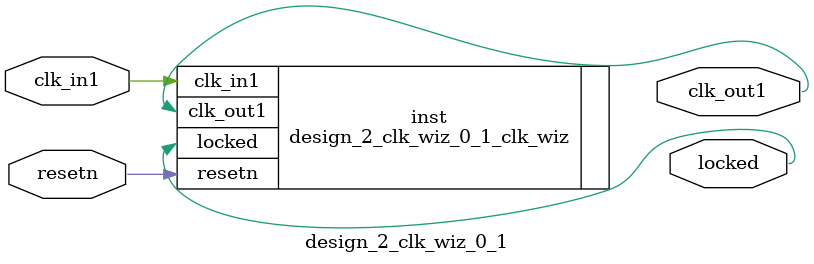
<source format=v>


`timescale 1ps/1ps

(* CORE_GENERATION_INFO = "design_2_clk_wiz_0_1,clk_wiz_v6_0_9_0_0,{component_name=design_2_clk_wiz_0_1,use_phase_alignment=true,use_min_o_jitter=false,use_max_i_jitter=false,use_dyn_phase_shift=false,use_inclk_switchover=false,use_dyn_reconfig=false,enable_axi=0,feedback_source=FDBK_AUTO,PRIMITIVE=MMCM,num_out_clk=1,clkin1_period=10.000,clkin2_period=10.000,use_power_down=false,use_reset=true,use_locked=true,use_inclk_stopped=false,feedback_type=SINGLE,CLOCK_MGR_TYPE=NA,manual_override=false}" *)

module design_2_clk_wiz_0_1 
 (
  // Clock out ports
  output        clk_out1,
  // Status and control signals
  input         resetn,
  output        locked,
 // Clock in ports
  input         clk_in1
 );

  design_2_clk_wiz_0_1_clk_wiz inst
  (
  // Clock out ports  
  .clk_out1(clk_out1),
  // Status and control signals               
  .resetn(resetn), 
  .locked(locked),
 // Clock in ports
  .clk_in1(clk_in1)
  );

endmodule

</source>
